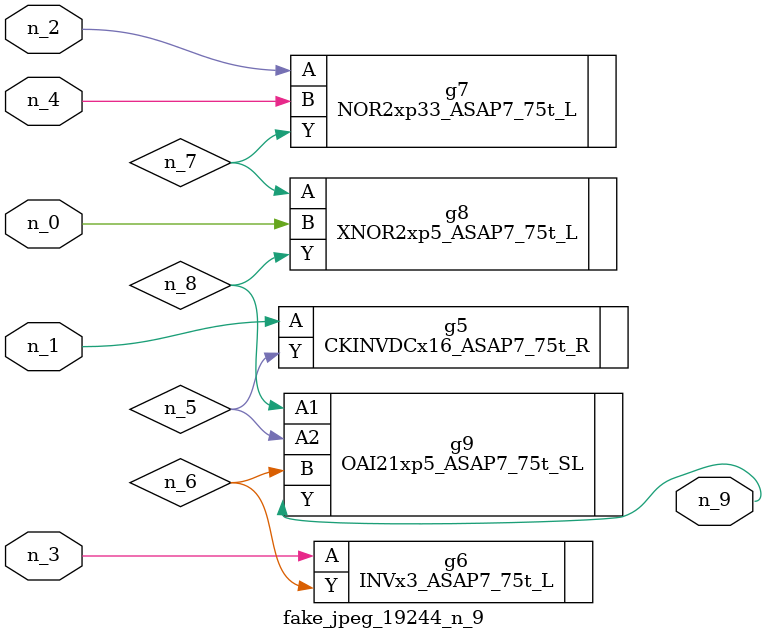
<source format=v>
module fake_jpeg_19244_n_9 (n_3, n_2, n_1, n_0, n_4, n_9);

input n_3;
input n_2;
input n_1;
input n_0;
input n_4;

output n_9;

wire n_8;
wire n_6;
wire n_5;
wire n_7;

CKINVDCx16_ASAP7_75t_R g5 ( 
.A(n_1),
.Y(n_5)
);

INVx3_ASAP7_75t_L g6 ( 
.A(n_3),
.Y(n_6)
);

NOR2xp33_ASAP7_75t_L g7 ( 
.A(n_2),
.B(n_4),
.Y(n_7)
);

XNOR2xp5_ASAP7_75t_L g8 ( 
.A(n_7),
.B(n_0),
.Y(n_8)
);

OAI21xp5_ASAP7_75t_SL g9 ( 
.A1(n_8),
.A2(n_5),
.B(n_6),
.Y(n_9)
);


endmodule
</source>
